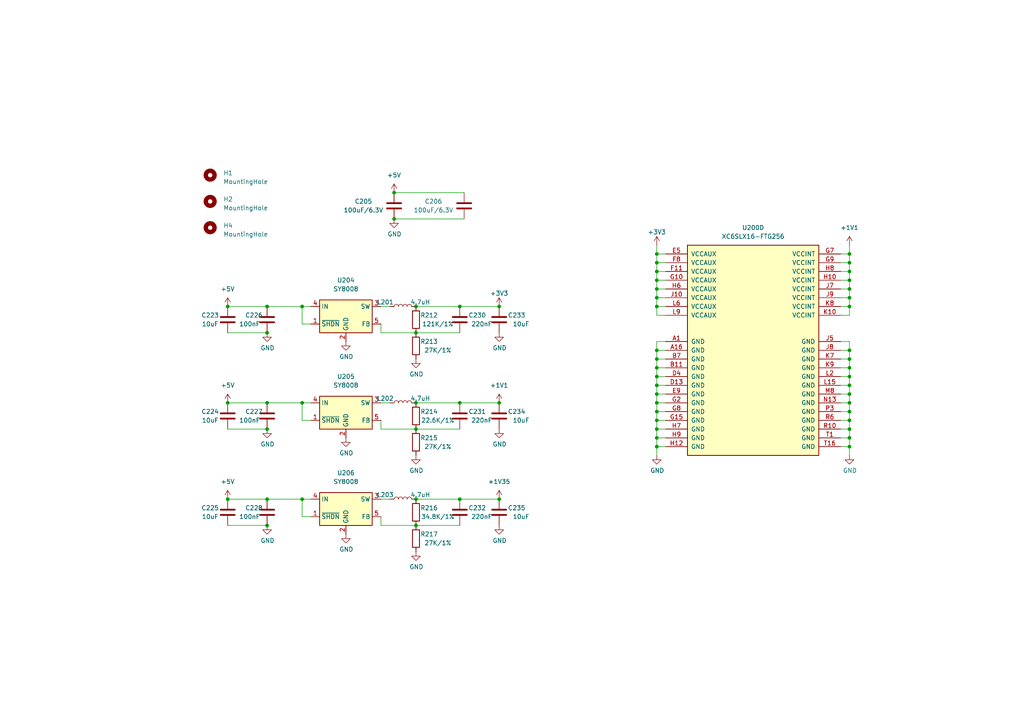
<source format=kicad_sch>
(kicad_sch (version 20211123) (generator eeschema)
  (paper "A4")
  (title_block (title "Caster EPDC") (date "2022-07-03") (rev "R0.4") (company "Copyright 2022 Modos / Engineer: Wenting Zhang"))
  (lib_symbols
    (symbol "Device:C" (pin_numbers hide) (pin_names (offset 0.254))
      (property "Reference" "C" (at 0.635 2.54 0))
      (property "Value" "C" (at 0.635 -2.54 0))
      (symbol "C_0_1"
        (polyline (pts (xy -2.032 -0.762) (xy 2.032 -0.762)) (stroke (width 0.508)))
        (polyline (pts (xy -2.032 0.762) (xy 2.032 0.762)) (stroke (width 0.508)))
      )
      (symbol "C_1_1"
        (pin passive line (at 0 3.81 270) (length 2.794) (name "~") (number "1"))
        (pin passive line (at 0 -3.81 90) (length 2.794) (name "~") (number "2"))
      )
    )
    (symbol "Device:L" (pin_numbers hide) (pin_names (offset 1.016) hide)
      (property "Reference" "L" (at -1.27 0 90))
      (property "Value" "L" (at 1.905 0 90))
      (symbol "L_0_1"
        (arc (start 0 -2.54) (mid 0.635 -1.905) (end 0 -1.27))
        (arc (start 0 -1.27) (mid 0.635 -0.635) (end 0 0))
        (arc (start 0 0) (mid 0.635 0.635) (end 0 1.27))
        (arc (start 0 1.27) (mid 0.635 1.905) (end 0 2.54))
      )
      (symbol "L_1_1"
        (pin passive line (at 0 3.81 270) (length 1.27) (name "1") (number "1"))
        (pin passive line (at 0 -3.81 90) (length 1.27) (name "2") (number "2"))
      )
    )
    (symbol "Device:R" (pin_numbers hide) (pin_names (offset 0))
      (property "Reference" "R" (at 2.032 0 90))
      (property "Value" "R" (at 0 0 90))
      (symbol "R_0_1"
        (rectangle (start -1.016 -2.54) (end 1.016 2.54) (stroke (width 0.254)))
      )
      (symbol "R_1_1"
        (pin passive line (at 0 3.81 270) (length 1.27) (name "~") (number "1"))
        (pin passive line (at 0 -3.81 90) (length 1.27) (name "~") (number "2"))
      )
    )
    (symbol "FPGA_Xilinx_Spartan6:XC6SLX16-FTG256" (pin_names (offset 1.016))
      (property "Reference" "U" (at 0 1.27 0))
      (property "Value" "XC6SLX16-FTG256" (at 0 -1.27 0))
      (symbol "XC6SLX16-FTG256_1_1"
        (rectangle (start -44.45 72.39) (end 44.45 -78.74) (stroke (width 0.254)) (fill (type background)))
        (pin bidirectional line (at -50.8 10.16 0) (length 6.35) (name "IO_L35N_GCLK16_0") (number "A10"))
        (pin bidirectional line (at -50.8 -10.16 0) (length 6.35) (name "IO_L39N_0") (number "A11"))
        (pin bidirectional line (at -50.8 -20.32 0) (length 6.35) (name "IO_L62N_VREF_0") (number "A12"))
        (pin bidirectional line (at -50.8 -25.4 0) (length 6.35) (name "IO_L63N_SCP6_0") (number "A13"))
        (pin bidirectional line (at -50.8 -35.56 0) (length 6.35) (name "IO_L65N_SCP2_0") (number "A14"))
        (pin bidirectional line (at -50.8 55.88 0) (length 6.35) (name "IO_L1N_VREF_0") (number "A4"))
        (pin bidirectional line (at -50.8 50.8 0) (length 6.35) (name "IO_L2N_0") (number "A5"))
        (pin bidirectional line (at -50.8 40.64 0) (length 6.35) (name "IO_L4N_0") (number "A6"))
        (pin bidirectional line (at -50.8 30.48 0) (length 6.35) (name "IO_L6N_0") (number "A7"))
        (pin bidirectional line (at -50.8 20.32 0) (length 6.35) (name "IO_L33N_0") (number "A8"))
        (pin bidirectional line (at -50.8 15.24 0) (length 6.35) (name "IO_L34N_GCLK18_0") (number "A9"))
        (pin bidirectional line (at -50.8 12.7 0) (length 6.35) (name "IO_L35P_GCLK17_0") (number "B10"))
        (pin bidirectional line (at -50.8 -17.78 0) (length 6.35) (name "IO_L62P_0") (number "B12"))
        (pin power_in line (at -35.56 78.74 270) (length 6.35) (name "VCCO_0") (number "B13"))
        (pin bidirectional line (at -50.8 -33.02 0) (length 6.35) (name "IO_L65P_SCP3_0") (number "B14"))
        (pin bidirectional line (at 50.8 53.34 180) (length 6.35) (name "IO_L29P_A23_M1A13_1") (number "B15"))
        (pin bidirectional line (at 50.8 50.8 180) (length 6.35) (name "IO_L29N_A22_M1A14_1") (number "B16"))
        (pin power_in line (at -40.64 78.74 270) (length 6.35) (name "VCCO_0") (number "B4"))
        (pin bidirectional line (at -50.8 53.34 0) (length 6.35) (name "IO_L2P_0") (number "B5"))
        (pin bidirectional line (at -50.8 43.18 0) (length 6.35) (name "IO_L4P_0") (number "B6"))
        (pin bidirectional line (at -50.8 22.86 0) (length 6.35) (name "IO_L33P_0") (number "B8"))
        (pin power_in line (at -38.1 78.74 270) (length 6.35) (name "VCCO_0") (number "B9"))
        (pin bidirectional line (at -50.8 0 0) (length 6.35) (name "IO_L37N_GCLK12_0") (number "C10"))
        (pin bidirectional line (at -50.8 -7.62 0) (length 6.35) (name "IO_L39P_0") (number "C11"))
        (pin bidirectional line (at -50.8 -22.86 0) (length 6.35) (name "IO_L63P_SCP7_0") (number "C13"))
        (pin bidirectional line (at 50.8 33.02 180) (length 6.35) (name "IO_L33P_A15_M1A10_1") (number "C15"))
        (pin bidirectional line (at 50.8 30.48 180) (length 6.35) (name "IO_L33N_A14_M1A4_1") (number "C16"))
        (pin bidirectional line (at -50.8 58.42 0) (length 6.35) (name "IO_L1P_HSWAPEN_0") (number "C4"))
        (pin bidirectional line (at -50.8 45.72 0) (length 6.35) (name "IO_L3N_0") (number "C5"))
        (pin bidirectional line (at -50.8 25.4 0) (length 6.35) (name "IO_L7N_0") (number "C6"))
        (pin bidirectional line (at -50.8 33.02 0) (length 6.35) (name "IO_L6P_0") (number "C7"))
        (pin bidirectional line (at -50.8 -5.08 0) (length 6.35) (name "IO_L38N_VREF_0") (number "C8"))
        (pin bidirectional line (at -50.8 17.78 0) (length 6.35) (name "IO_L34P_GCLK19_0") (number "C9"))
        (pin power_in line (at -30.48 78.74 270) (length 6.35) (name "VCCO_0") (number "D10"))
        (pin bidirectional line (at -50.8 -38.1 0) (length 6.35) (name "IO_L66P_SCP1_0") (number "D11"))
        (pin bidirectional line (at -50.8 -40.64 0) (length 6.35) (name "IO_L66N_SCP0_0") (number "D12"))
        (pin bidirectional line (at 50.8 43.18 180) (length 6.35) (name "IO_L31P_A19_M1CKE_1") (number "D14"))
        (pin power_in line (at 27.94 78.74 270) (length 6.35) (name "VCCO_1") (number "D15"))
        (pin bidirectional line (at 50.8 40.64 180) (length 6.35) (name "IO_L31N_A18_M1A12_1") (number "D16"))
        (pin bidirectional line (at -50.8 48.26 0) (length 6.35) (name "IO_L3P_0") (number "D5"))
        (pin bidirectional line (at -50.8 27.94 0) (length 6.35) (name "IO_L7P_0") (number "D6"))
        (pin power_in line (at -33.02 78.74 270) (length 6.35) (name "VCCO_0") (number "D7"))
        (pin bidirectional line (at -50.8 -2.54 0) (length 6.35) (name "IO_L38P_0") (number "D8"))
        (pin bidirectional line (at -50.8 -15.24 0) (length 6.35) (name "IO_L40N_0") (number "D9"))
        (pin bidirectional line (at -50.8 2.54 0) (length 6.35) (name "IO_L37P_GCLK13_0") (number "E10"))
        (pin bidirectional line (at -50.8 -30.48 0) (length 6.35) (name "IO_L64N_SCP4_0") (number "E11"))
        (pin bidirectional line (at 50.8 55.88 180) (length 6.35) (name "IO_L1N_A24_VREF_1") (number "E12"))
        (pin bidirectional line (at 50.8 58.42 180) (length 6.35) (name "IO_L1P_A25_1") (number "E13"))
        (pin bidirectional line (at 50.8 27.94 180) (length 6.35) (name "IO_L34P_A13_M1WE_1") (number "E15"))
        (pin bidirectional line (at 50.8 25.4 180) (length 6.35) (name "IO_L34N_A12_M1BA2_1") (number "E16"))
        (pin bidirectional line (at -50.8 35.56 0) (length 6.35) (name "IO_L5N_0") (number "E6"))
        (pin bidirectional line (at -50.8 7.62 0) (length 6.35) (name "IO_L36P_GCLK15_0") (number "E7"))
        (pin bidirectional line (at -50.8 5.08 0) (length 6.35) (name "IO_L36N_GCLK14_0") (number "E8"))
        (pin bidirectional line (at -50.8 -27.94 0) (length 6.35) (name "IO_L64P_SCP5_0") (number "F10"))
        (pin bidirectional line (at 50.8 48.26 180) (length 6.35) (name "IO_L30P_A21_M1RESET_1") (number "F12"))
        (pin bidirectional line (at 50.8 38.1 180) (length 6.35) (name "IO_L32P_A17_M1A8_1") (number "F13"))
        (pin bidirectional line (at 50.8 35.56 180) (length 6.35) (name "IO_L32N_A16_M1A9_1") (number "F14"))
        (pin bidirectional line (at 50.8 22.86 180) (length 6.35) (name "IO_L35P_A11_M1A7_1") (number "F15"))
        (pin bidirectional line (at 50.8 20.32 180) (length 6.35) (name "IO_L35N_A10_M1A2_1") (number "F16"))
        (pin bidirectional line (at -50.8 38.1 0) (length 6.35) (name "IO_L5P_0") (number "F7"))
        (pin bidirectional line (at -50.8 -12.7 0) (length 6.35) (name "IO_L40P_0") (number "F9"))
        (pin bidirectional line (at 50.8 45.72 180) (length 6.35) (name "IO_L30N_A20_M1A11_1") (number "G11"))
        (pin bidirectional line (at 50.8 7.62 180) (length 6.35) (name "IO_L38P_A5_M1CLK_1") (number "G12"))
        (pin power_in line (at 30.48 78.74 270) (length 6.35) (name "VCCO_1") (number "G13"))
        (pin bidirectional line (at 50.8 17.78 180) (length 6.35) (name "IO_L36P_A9_M1BA0_1") (number "G14"))
        (pin bidirectional line (at 50.8 15.24 180) (length 6.35) (name "IO_L36N_A8_M1BA1_1") (number "G16"))
        (pin bidirectional line (at 50.8 5.08 180) (length 6.35) (name "IO_L38N_A4_M1CLKN_1") (number "H11"))
        (pin bidirectional line (at 50.8 2.54 180) (length 6.35) (name "IO_L39P_M1A3_1") (number "H13"))
        (pin bidirectional line (at 50.8 0 180) (length 6.35) (name "IO_L39N_M1ODT_1") (number "H14"))
        (pin bidirectional line (at 50.8 12.7 180) (length 6.35) (name "IO_L37P_A7_M1A0_1") (number "H15"))
        (pin bidirectional line (at 50.8 10.16 180) (length 6.35) (name "IO_L37N_A6_M1A1_1") (number "H16"))
        (pin bidirectional line (at 50.8 -2.54 180) (length 6.35) (name "IO_L40P_GCLK11_M1A5_1") (number "J11"))
        (pin bidirectional line (at 50.8 -5.08 180) (length 6.35) (name "IO_L40N_GCLK10_M1A6_1") (number "J12"))
        (pin bidirectional line (at 50.8 -7.62 180) (length 6.35) (name "IO_L41P_GCLK9_IRDY1_M1RASN_1") (number "J13"))
        (pin bidirectional line (at 50.8 -17.78 180) (length 6.35) (name "IO_L43P_GCLK5_M1DQ4_1") (number "J14"))
        (pin power_in line (at 33.02 78.74 270) (length 6.35) (name "VCCO_1") (number "J15"))
        (pin bidirectional line (at 50.8 -20.32 180) (length 6.35) (name "IO_L43N_GCLK4_M1DQ5_1") (number "J16"))
        (pin bidirectional line (at 50.8 -15.24 180) (length 6.35) (name "IO_L42N_GCLK6_TRDY1_M1LDM_1") (number "K11"))
        (pin bidirectional line (at 50.8 -12.7 180) (length 6.35) (name "IO_L42P_GCLK7_M1UDM_1") (number "K12"))
        (pin power_in line (at 35.56 78.74 270) (length 6.35) (name "VCCO_1") (number "K13"))
        (pin bidirectional line (at 50.8 -10.16 180) (length 6.35) (name "IO_L41N_GCLK8_M1CASN_1") (number "K14"))
        (pin bidirectional line (at 50.8 -22.86 180) (length 6.35) (name "IO_L44P_A3_M1DQ6_1") (number "K15"))
        (pin bidirectional line (at 50.8 -25.4 180) (length 6.35) (name "IO_L44N_A2_M1DQ7_1") (number "K16"))
        (pin bidirectional line (at 50.8 -68.58 180) (length 6.35) (name "IO_L53P_1") (number "L12"))
        (pin bidirectional line (at 50.8 -71.12 180) (length 6.35) (name "IO_L53N_VREF_1") (number "L13"))
        (pin bidirectional line (at 50.8 -38.1 180) (length 6.35) (name "IO_L47P_FWE_B_M1DQ0_1") (number "L14"))
        (pin bidirectional line (at 50.8 -40.64 180) (length 6.35) (name "IO_L47N_LDC_M1DQ1_1") (number "L16"))
        (pin bidirectional line (at 50.8 -73.66 180) (length 6.35) (name "IO_L74P_AWAKE_1") (number "M13"))
        (pin bidirectional line (at 50.8 -76.2 180) (length 6.35) (name "IO_L74N_DOUT_BUSY_1") (number "M14"))
        (pin bidirectional line (at 50.8 -33.02 180) (length 6.35) (name "IO_L46P_FCS_B_M1DQ2_1") (number "M15"))
        (pin bidirectional line (at 50.8 -35.56 180) (length 6.35) (name "IO_L46N_FOE_B_M1DQ3_1") (number "M16"))
        (pin bidirectional line (at 50.8 -27.94 180) (length 6.35) (name "IO_L45P_A1_M1LDQS_1") (number "N14"))
        (pin power_in line (at 38.1 78.74 270) (length 6.35) (name "VCCO_1") (number "N15"))
        (pin bidirectional line (at 50.8 -30.48 180) (length 6.35) (name "IO_L45N_A0_M1LDQSN_1") (number "N16"))
        (pin bidirectional line (at 50.8 -43.18 180) (length 6.35) (name "IO_L48P_HDC_M1DQ8_1") (number "P15"))
        (pin bidirectional line (at 50.8 -45.72 180) (length 6.35) (name "IO_L48N_M1DQ9_1") (number "P16"))
        (pin bidirectional line (at 50.8 -63.5 180) (length 6.35) (name "IO_L52P_M1DQ14_1") (number "R12"))
        (pin power_in line (at 40.64 78.74 270) (length 6.35) (name "VCCO_1") (number "R13"))
        (pin bidirectional line (at 50.8 -53.34 180) (length 6.35) (name "IO_L50P_M1UDQS_1") (number "R14"))
        (pin bidirectional line (at 50.8 -48.26 180) (length 6.35) (name "IO_L49P_M1DQ10_1") (number "R15"))
        (pin bidirectional line (at 50.8 -50.8 180) (length 6.35) (name "IO_L49N_M1DQ11_1") (number "R16"))
        (pin bidirectional line (at 50.8 -66.04 180) (length 6.35) (name "IO_L52N_M1DQ15_1") (number "T12"))
        (pin bidirectional line (at 50.8 -60.96 180) (length 6.35) (name "IO_L51N_M1DQ13_1") (number "T13"))
        (pin bidirectional line (at 50.8 -58.42 180) (length 6.35) (name "IO_L51P_M1DQ12_1") (number "T14"))
        (pin bidirectional line (at 50.8 -55.88 180) (length 6.35) (name "IO_L50N_M1UDQSN_1") (number "T15"))
      )
      (symbol "XC6SLX16-FTG256_2_1"
        (rectangle (start -44.45 72.39) (end 44.45 -78.74) (stroke (width 0.254)) (fill (type background)))
        (pin bidirectional line (at 50.8 -55.88 180) (length 6.35) (name "IO_L52N_M3A9_3") (number "A2"))
        (pin bidirectional line (at 50.8 -76.2 180) (length 6.35) (name "IO_L83N_VREF_3") (number "A3"))
        (pin bidirectional line (at 50.8 -45.72 180) (length 6.35) (name "IO_L50N_M3BA2_3") (number "B1"))
        (pin bidirectional line (at 50.8 -53.34 180) (length 6.35) (name "IO_L52P_M3A8_3") (number "B2"))
        (pin bidirectional line (at 50.8 -73.66 180) (length 6.35) (name "IO_L83P_3") (number "B3"))
        (pin bidirectional line (at 50.8 -43.18 180) (length 6.35) (name "IO_L50P_M3WE_3") (number "C1"))
        (pin bidirectional line (at 50.8 -35.56 180) (length 6.35) (name "IO_L48N_M3BA1_3") (number "C2"))
        (pin bidirectional line (at 50.8 -33.02 180) (length 6.35) (name "IO_L48P_M3BA0_3") (number "C3"))
        (pin bidirectional line (at 50.8 -40.64 180) (length 6.35) (name "IO_L49N_M3A2_3") (number "D1"))
        (pin power_in line (at 30.48 78.74 270) (length 6.35) (name "VCCO_3") (number "D2"))
        (pin bidirectional line (at 50.8 -38.1 180) (length 6.35) (name "IO_L49P_M3A7_3") (number "D3"))
        (pin bidirectional line (at 50.8 -25.4 180) (length 6.35) (name "IO_L46N_M3CLKN_3") (number "E1"))
        (pin bidirectional line (at 50.8 -22.86 180) (length 6.35) (name "IO_L46P_M3CLK_3") (number "E2"))
        (pin bidirectional line (at 50.8 -66.04 180) (length 6.35) (name "IO_L54N_M3A11_3") (number "E3"))
        (pin bidirectional line (at 50.8 -63.5 180) (length 6.35) (name "IO_L54P_M3RESET_3") (number "E4"))
        (pin bidirectional line (at 50.8 0 180) (length 6.35) (name "IO_L41N_GCLK26_M3DQ5_3") (number "F1"))
        (pin bidirectional line (at 50.8 2.54 180) (length 6.35) (name "IO_L41P_GCLK27_M3DQ4_3") (number "F2"))
        (pin bidirectional line (at 50.8 -60.96 180) (length 6.35) (name "IO_L53N_M3A12_3") (number "F3"))
        (pin bidirectional line (at 50.8 -58.42 180) (length 6.35) (name "IO_L53P_M3CKE_3") (number "F4"))
        (pin bidirectional line (at 50.8 -71.12 180) (length 6.35) (name "IO_L55N_M3A14_3") (number "F5"))
        (pin bidirectional line (at 50.8 -68.58 180) (length 6.35) (name "IO_L55P_M3A13_3") (number "F6"))
        (pin bidirectional line (at 50.8 5.08 180) (length 6.35) (name "IO_L40N_M3DQ7_3") (number "G1"))
        (pin bidirectional line (at 50.8 7.62 180) (length 6.35) (name "IO_L40P_M3DQ6_3") (number "G3"))
        (pin power_in line (at 33.02 78.74 270) (length 6.35) (name "VCCO_3") (number "G4"))
        (pin bidirectional line (at 50.8 -50.8 180) (length 6.35) (name "IO_L51N_M3A4_3") (number "G5"))
        (pin bidirectional line (at 50.8 -48.26 180) (length 6.35) (name "IO_L51P_M3A10_3") (number "G6"))
        (pin bidirectional line (at 50.8 10.16 180) (length 6.35) (name "IO_L39N_M3LDQSN_3") (number "H1"))
        (pin bidirectional line (at 50.8 12.7 180) (length 6.35) (name "IO_L39P_M3LDQS_3") (number "H2"))
        (pin bidirectional line (at 50.8 -15.24 180) (length 6.35) (name "IO_L44N_GCLK20_M3A6_3") (number "H3"))
        (pin bidirectional line (at 50.8 -12.7 180) (length 6.35) (name "IO_L44P_GCLK21_M3A5_3") (number "H4"))
        (pin bidirectional line (at 50.8 -10.16 180) (length 6.35) (name "IO_L43N_GCLK22_IRDY2_M3CASN_3") (number "H5"))
        (pin bidirectional line (at 50.8 15.24 180) (length 6.35) (name "IO_L38N_M3DQ3_3") (number "J1"))
        (pin power_in line (at 35.56 78.74 270) (length 6.35) (name "VCCO_3") (number "J2"))
        (pin bidirectional line (at 50.8 17.78 180) (length 6.35) (name "IO_L38P_M3DQ2_3") (number "J3"))
        (pin bidirectional line (at 50.8 -5.08 180) (length 6.35) (name "IO_L42N_GCLK24_M3LDM_3") (number "J4"))
        (pin bidirectional line (at 50.8 -7.62 180) (length 6.35) (name "IO_L43P_GCLK23_M3RASN_3") (number "J6"))
        (pin bidirectional line (at 50.8 20.32 180) (length 6.35) (name "IO_L37N_M3DQ1_3") (number "K1"))
        (pin bidirectional line (at 50.8 22.86 180) (length 6.35) (name "IO_L37P_M3DQ0_3") (number "K2"))
        (pin bidirectional line (at 50.8 -2.54 180) (length 6.35) (name "IO_L42P_GCLK25_TRDY2_M3UDM_3") (number "K3"))
        (pin power_in line (at 38.1 78.74 270) (length 6.35) (name "VCCO_3") (number "K4"))
        (pin bidirectional line (at 50.8 -27.94 180) (length 6.35) (name "IO_L47P_M3A0_3") (number "K5"))
        (pin bidirectional line (at 50.8 -30.48 180) (length 6.35) (name "IO_L47N_M3A1_3") (number "K6"))
        (pin bidirectional line (at 50.8 25.4 180) (length 6.35) (name "IO_L36N_M3DQ9_3") (number "L1"))
        (pin bidirectional line (at -50.8 27.94 0) (length 6.35) (name "IO_L16P_2") (number "L10"))
        (pin bidirectional line (at 50.8 27.94 180) (length 6.35) (name "IO_L36P_M3DQ8_3") (number "L3"))
        (pin bidirectional line (at 50.8 -17.78 180) (length 6.35) (name "IO_L45P_M3A3_3") (number "L4"))
        (pin bidirectional line (at 50.8 -20.32 180) (length 6.35) (name "IO_L45N_M3ODT_3") (number "L5"))
        (pin bidirectional line (at -50.8 -20.32 0) (length 6.35) (name "IO_L62N_D6_2") (number "L7"))
        (pin bidirectional line (at -50.8 -17.78 0) (length 6.35) (name "IO_L62P_D5_2") (number "L8"))
        (pin bidirectional line (at 50.8 30.48 180) (length 6.35) (name "IO_L35N_M3DQ11_3") (number "M1"))
        (pin bidirectional line (at -50.8 25.4 0) (length 6.35) (name "IO_L16N_VREF_2") (number "M10"))
        (pin bidirectional line (at -50.8 50.8 0) (length 6.35) (name "IO_L2N_CMPMOSI_2") (number "M11"))
        (pin bidirectional line (at -50.8 53.34 0) (length 6.35) (name "IO_L2P_CMPCLK_2") (number "M12"))
        (pin bidirectional line (at 50.8 33.02 180) (length 6.35) (name "IO_L35P_M3DQ10_3") (number "M2"))
        (pin bidirectional line (at 50.8 55.88 180) (length 6.35) (name "IO_L1N_VREF_3") (number "M3"))
        (pin bidirectional line (at 50.8 58.42 180) (length 6.35) (name "IO_L1P_3") (number "M4"))
        (pin bidirectional line (at 50.8 53.34 180) (length 6.35) (name "IO_L2P_3") (number "M5"))
        (pin bidirectional line (at -50.8 -27.94 0) (length 6.35) (name "IO_L64P_D8_2") (number "M6"))
        (pin bidirectional line (at -50.8 5.08 0) (length 6.35) (name "IO_L31N_GCLK30_D15_2") (number "M7"))
        (pin bidirectional line (at -50.8 17.78 0) (length 6.35) (name "IO_L29P_GCLK3_2") (number "M9"))
        (pin bidirectional line (at 50.8 35.56 180) (length 6.35) (name "IO_L34N_M3UDQSN_3") (number "N1"))
        (pin power_in line (at -38.1 78.74 270) (length 6.35) (name "VCCO_2") (number "N10"))
        (pin bidirectional line (at -50.8 38.1 0) (length 6.35) (name "IO_L13P_M1_2") (number "N11"))
        (pin bidirectional line (at -50.8 43.18 0) (length 6.35) (name "IO_L12P_D1_MISO2_2") (number "N12"))
        (pin power_in line (at 40.64 78.74 270) (length 6.35) (name "VCCO_3") (number "N2"))
        (pin bidirectional line (at 50.8 38.1 180) (length 6.35) (name "IO_L34P_M3UDQS_3") (number "N3"))
        (pin bidirectional line (at 50.8 50.8 180) (length 6.35) (name "IO_L2N_3") (number "N4"))
        (pin bidirectional line (at -50.8 -12.7 0) (length 6.35) (name "IO_L49P_D3_2") (number "N5"))
        (pin bidirectional line (at -50.8 -30.48 0) (length 6.35) (name "IO_L64N_D9_2") (number "N6"))
        (pin power_in line (at -40.64 78.74 270) (length 6.35) (name "VCCO_2") (number "N7"))
        (pin bidirectional line (at -50.8 15.24 0) (length 6.35) (name "IO_L29N_GCLK2_2") (number "N8"))
        (pin bidirectional line (at -50.8 33.02 0) (length 6.35) (name "IO_L14P_D11_2") (number "N9"))
        (pin bidirectional line (at 50.8 40.64 180) (length 6.35) (name "IO_L33N_M3DQ13_3") (number "P1"))
        (pin bidirectional line (at -50.8 48.26 0) (length 6.35) (name "IO_L3P_D0_DIN_MISO_MISO1_2") (number "P10"))
        (pin bidirectional line (at -50.8 35.56 0) (length 6.35) (name "IO_L13N_D10_2") (number "P11"))
        (pin bidirectional line (at -50.8 40.64 0) (length 6.35) (name "IO_L12N_D2_MISO3_2") (number "P12"))
        (pin bidirectional line (at 50.8 43.18 180) (length 6.35) (name "IO_L33P_M3DQ12_3") (number "P2"))
        (pin bidirectional line (at -50.8 -22.86 0) (length 6.35) (name "IO_L63P_2") (number "P4"))
        (pin bidirectional line (at -50.8 -15.24 0) (length 6.35) (name "IO_L49N_D4_2") (number "P5"))
        (pin bidirectional line (at -50.8 -2.54 0) (length 6.35) (name "IO_L47P_2") (number "P6"))
        (pin bidirectional line (at -50.8 7.62 0) (length 6.35) (name "IO_L31P_GCLK31_D14_2") (number "P7"))
        (pin bidirectional line (at -50.8 12.7 0) (length 6.35) (name "IO_L30P_GCLK1_D13_2") (number "P8"))
        (pin bidirectional line (at -50.8 30.48 0) (length 6.35) (name "IO_L14N_D12_2") (number "P9"))
        (pin bidirectional line (at 50.8 45.72 180) (length 6.35) (name "IO_L32N_M3DQ15_3") (number "R1"))
        (pin bidirectional line (at -50.8 58.42 0) (length 6.35) (name "IO_L1P_CCLK_2") (number "R11"))
        (pin bidirectional line (at 50.8 48.26 180) (length 6.35) (name "IO_L32P_M3DQ14_3") (number "R2"))
        (pin bidirectional line (at -50.8 -33.02 0) (length 6.35) (name "IO_L65P_INIT_B_2") (number "R3"))
        (pin power_in line (at -35.56 78.74 270) (length 6.35) (name "VCCO_2") (number "R4"))
        (pin bidirectional line (at -50.8 -7.62 0) (length 6.35) (name "IO_L48P_D7_2") (number "R5"))
        (pin bidirectional line (at -50.8 2.54 0) (length 6.35) (name "IO_L32P_GCLK29_2") (number "R7"))
        (pin power_in line (at -33.02 78.74 270) (length 6.35) (name "VCCO_2") (number "R8"))
        (pin bidirectional line (at -50.8 22.86 0) (length 6.35) (name "IO_L23P_2") (number "R9"))
        (pin bidirectional line (at -50.8 45.72 0) (length 6.35) (name "IO_L3N_MOSI_CSI_B_MISO0_2") (number "T10"))
        (pin bidirectional line (at -50.8 55.88 0) (length 6.35) (name "IO_L1N_M0_CMPMISO_2") (number "T11"))
        (pin bidirectional line (at -50.8 -35.56 0) (length 6.35) (name "IO_L65N_CSO_B_2") (number "T3"))
        (pin bidirectional line (at -50.8 -25.4 0) (length 6.35) (name "IO_L63N_2") (number "T4"))
        (pin bidirectional line (at -50.8 -10.16 0) (length 6.35) (name "IO_L48N_RDWR_B_VREF_2") (number "T5"))
        (pin bidirectional line (at -50.8 -5.08 0) (length 6.35) (name "IO_L47N_2") (number "T6"))
        (pin bidirectional line (at -50.8 0 0) (length 6.35) (name "IO_L32N_GCLK28_2") (number "T7"))
        (pin bidirectional line (at -50.8 10.16 0) (length 6.35) (name "IO_L30N_GCLK0_USERCCLK_2") (number "T8"))
        (pin bidirectional line (at -50.8 20.32 0) (length 6.35) (name "IO_L23N_2") (number "T9"))
      )
      (symbol "XC6SLX16-FTG256_3_1"
        (rectangle (start -31.75 15.24) (end 31.75 -15.24) (stroke (width 0.254)) (fill (type background)))
        (pin bidirectional line (at 38.1 7.62 180) (length 6.35) (name "TMS") (number "A15"))
        (pin bidirectional line (at 38.1 12.7 180) (length 6.35) (name "TDI") (number "C12"))
        (pin bidirectional line (at 38.1 5.08 180) (length 6.35) (name "TCK") (number "C14"))
        (pin bidirectional line (at 38.1 10.16 180) (length 6.35) (name "TDO") (number "E14"))
        (pin bidirectional line (at 38.1 -12.7 180) (length 6.35) (name "CMPCS_B_2") (number "L11"))
        (pin bidirectional line (at 38.1 0 180) (length 6.35) (name "DONE_2") (number "P13"))
        (pin bidirectional line (at 38.1 -7.62 180) (length 6.35) (name "SUSPEND") (number "P14"))
        (pin bidirectional line (at 38.1 -2.54 180) (length 6.35) (name "PROGRAM_B_2") (number "T2"))
      )
      (symbol "XC6SLX16-FTG256_4_1"
        (rectangle (start -19.05 30.48) (end 19.05 -30.48) (stroke (width 0.254)) (fill (type background)))
        (pin power_in line (at -25.4 2.54 0) (length 6.35) (name "GND") (number "A1"))
        (pin power_in line (at -25.4 0 0) (length 6.35) (name "GND") (number "A16"))
        (pin power_in line (at -25.4 -5.08 0) (length 6.35) (name "GND") (number "B11"))
        (pin power_in line (at -25.4 -2.54 0) (length 6.35) (name "GND") (number "B7"))
        (pin power_in line (at -25.4 -10.16 0) (length 6.35) (name "GND") (number "D13"))
        (pin power_in line (at -25.4 -7.62 0) (length 6.35) (name "GND") (number "D4"))
        (pin power_in line (at -25.4 27.94 0) (length 6.35) (name "VCCAUX") (number "E5"))
        (pin power_in line (at -25.4 -12.7 0) (length 6.35) (name "GND") (number "E9"))
        (pin power_in line (at -25.4 22.86 0) (length 6.35) (name "VCCAUX") (number "F11"))
        (pin power_in line (at -25.4 25.4 0) (length 6.35) (name "VCCAUX") (number "F8"))
        (pin power_in line (at -25.4 20.32 0) (length 6.35) (name "VCCAUX") (number "G10"))
        (pin power_in line (at -25.4 -20.32 0) (length 6.35) (name "GND") (number "G15"))
        (pin power_in line (at -25.4 -15.24 0) (length 6.35) (name "GND") (number "G2"))
        (pin power_in line (at 25.4 27.94 180) (length 6.35) (name "VCCINT") (number "G7"))
        (pin power_in line (at -25.4 -17.78 0) (length 6.35) (name "GND") (number "G8"))
        (pin power_in line (at 25.4 25.4 180) (length 6.35) (name "VCCINT") (number "G9"))
        (pin power_in line (at 25.4 20.32 180) (length 6.35) (name "VCCINT") (number "H10"))
        (pin power_in line (at -25.4 -27.94 0) (length 6.35) (name "GND") (number "H12"))
        (pin power_in line (at -25.4 17.78 0) (length 6.35) (name "VCCAUX") (number "H6"))
        (pin power_in line (at -25.4 -22.86 0) (length 6.35) (name "GND") (number "H7"))
        (pin power_in line (at 25.4 22.86 180) (length 6.35) (name "VCCINT") (number "H8"))
        (pin power_in line (at -25.4 -25.4 0) (length 6.35) (name "GND") (number "H9"))
        (pin power_in line (at -25.4 15.24 0) (length 6.35) (name "VCCAUX") (number "J10"))
        (pin power_in line (at 25.4 2.54 180) (length 6.35) (name "GND") (number "J5"))
        (pin power_in line (at 25.4 17.78 180) (length 6.35) (name "VCCINT") (number "J7"))
        (pin power_in line (at 25.4 0 180) (length 6.35) (name "GND") (number "J8"))
        (pin power_in line (at 25.4 15.24 180) (length 6.35) (name "VCCINT") (number "J9"))
        (pin power_in line (at 25.4 10.16 180) (length 6.35) (name "VCCINT") (number "K10"))
        (pin power_in line (at 25.4 -2.54 180) (length 6.35) (name "GND") (number "K7"))
        (pin power_in line (at 25.4 12.7 180) (length 6.35) (name "VCCINT") (number "K8"))
        (pin power_in line (at 25.4 -5.08 180) (length 6.35) (name "GND") (number "K9"))
        (pin power_in line (at 25.4 -10.16 180) (length 6.35) (name "GND") (number "L15"))
        (pin power_in line (at 25.4 -7.62 180) (length 6.35) (name "GND") (number "L2"))
        (pin power_in line (at -25.4 12.7 0) (length 6.35) (name "VCCAUX") (number "L6"))
        (pin power_in line (at -25.4 10.16 0) (length 6.35) (name "VCCAUX") (number "L9"))
        (pin power_in line (at 25.4 -12.7 180) (length 6.35) (name "GND") (number "M8"))
        (pin power_in line (at 25.4 -15.24 180) (length 6.35) (name "GND") (number "N13"))
        (pin power_in line (at 25.4 -17.78 180) (length 6.35) (name "GND") (number "P3"))
        (pin power_in line (at 25.4 -22.86 180) (length 6.35) (name "GND") (number "R10"))
        (pin power_in line (at 25.4 -20.32 180) (length 6.35) (name "GND") (number "R6"))
        (pin power_in line (at 25.4 -25.4 180) (length 6.35) (name "GND") (number "T1"))
        (pin power_in line (at 25.4 -27.94 180) (length 6.35) (name "GND") (number "T16"))
      )
    )
    (symbol "Mechanical:MountingHole" (pin_names (offset 1.016))
      (property "Reference" "H" (at 0 5.08 0))
      (property "Value" "MountingHole" (at 0 3.175 0))
      (symbol "MountingHole_0_1"
        (circle (center 0 0) (radius 1.27) (stroke (width 1.27)))
      )
    )
    (symbol "power:+1V1" (power) (pin_names (offset 0))
      (property "Value" "+1V1" (at 0 3.556 0))
      (symbol "+1V1_0_1"
        (polyline (pts (xy -0.762 1.27) (xy 0 2.54)))
        (polyline (pts (xy 0 0) (xy 0 2.54)))
        (polyline (pts (xy 0 2.54) (xy 0.762 1.27)))
      )
      (symbol "+1V1_1_1"
        (pin power_in line (at 0 0 90) (length 0) hide (name "+1V1") (number "1"))
      )
    )
    (symbol "power:+1V35" (power) (pin_names (offset 0))
      (property "Value" "+1V35" (at 0 3.556 0))
      (symbol "+1V35_0_1"
        (polyline (pts (xy -0.762 1.27) (xy 0 2.54)))
        (polyline (pts (xy 0 0) (xy 0 2.54)))
        (polyline (pts (xy 0 2.54) (xy 0.762 1.27)))
      )
      (symbol "+1V35_1_1"
        (pin power_in line (at 0 0 90) (length 0) hide (name "+1V35") (number "1"))
      )
    )
    (symbol "power:+3V3" (power) (pin_names (offset 0))
      (property "Value" "+3V3" (at 0 3.556 0))
      (symbol "+3V3_0_1"
        (polyline (pts (xy -0.762 1.27) (xy 0 2.54)))
        (polyline (pts (xy 0 0) (xy 0 2.54)))
        (polyline (pts (xy 0 2.54) (xy 0.762 1.27)))
      )
      (symbol "+3V3_1_1"
        (pin power_in line (at 0 0 90) (length 0) hide (name "+3V3") (number "1"))
      )
    )
    (symbol "power:+5V" (power) (pin_names (offset 0))
      (property "Value" "+5V" (at 0 3.556 0))
      (symbol "+5V_0_1"
        (polyline (pts (xy -0.762 1.27) (xy 0 2.54)))
        (polyline (pts (xy 0 0) (xy 0 2.54)))
        (polyline (pts (xy 0 2.54) (xy 0.762 1.27)))
      )
      (symbol "+5V_1_1"
        (pin power_in line (at 0 0 90) (length 0) hide (name "+5V") (number "1"))
      )
    )
    (symbol "power:GND" (power) (pin_names (offset 0))
      (property "Value" "GND" (at 0 -3.81 0))
      (symbol "GND_0_1"
        (polyline (pts (xy 0 0) (xy 0 -1.27) (xy 1.27 -1.27) (xy 0 -2.54) (xy -1.27 -1.27) (xy 0 -1.27)))
      )
      (symbol "GND_1_1"
        (pin power_in line (at 0 0 270) (length 0) hide (name "GND") (number "1"))
      )
    )
    (symbol "symbols:SY8008"
      (property "Reference" "U" (at -7.62 5.715 0))
      (property "Value" "SY8008" (at 0 5.715 0))
      (symbol "SY8008_0_1"
        (rectangle (start -7.62 4.445) (end 7.62 -5.08) (stroke (width 0.254)) (fill (type background)))
      )
      (symbol "SY8008_1_1"
        (pin input line (at -10.16 -2.54 0) (length 2.54) (name "~{SHDN}") (number "1"))
        (pin power_in line (at 0 -7.62 90) (length 2.54) (name "GND") (number "2"))
        (pin passive line (at 10.16 2.54 180) (length 2.54) (name "SW") (number "3"))
        (pin power_in line (at -10.16 2.54 0) (length 2.54) (name "IN") (number "4"))
        (pin input line (at 10.16 -2.54 180) (length 2.54) (name "FB") (number "5"))
      )
    )
  )
  (junction (at 133.35 116.84))
  (junction (at 66.04 116.84))
  (junction (at 114.3 55.88))
  (junction (at 246.38 88.9))
  (junction (at 77.47 96.52) (diameter 0.9144))
  (junction (at 246.38 86.36))
  (junction (at 120.65 96.52))
  (junction (at 246.38 111.76))
  (junction (at 190.5 101.6))
  (junction (at 120.65 116.84))
  (junction (at 190.5 81.28))
  (junction (at 77.47 116.84) (diameter 0.9144))
  (junction (at 190.5 124.46))
  (junction (at 246.38 129.54))
  (junction (at 190.5 111.76))
  (junction (at 87.63 88.9))
  (junction (at 87.63 116.84))
  (junction (at 246.38 114.3))
  (junction (at 190.5 88.9))
  (junction (at 190.5 121.92))
  (junction (at 190.5 114.3))
  (junction (at 66.04 88.9))
  (junction (at 144.78 144.78))
  (junction (at 246.38 106.68))
  (junction (at 246.38 78.74))
  (junction (at 246.38 127))
  (junction (at 77.47 144.78) (diameter 0.9144))
  (junction (at 190.5 73.66))
  (junction (at 190.5 83.82))
  (junction (at 246.38 109.22))
  (junction (at 120.65 144.78))
  (junction (at 246.38 104.14))
  (junction (at 77.47 88.9) (diameter 0.9144))
  (junction (at 246.38 119.38))
  (junction (at 246.38 101.6))
  (junction (at 190.5 116.84))
  (junction (at 190.5 78.74))
  (junction (at 246.38 83.82))
  (junction (at 144.78 116.84))
  (junction (at 77.47 152.4) (diameter 0.9144))
  (junction (at 66.04 144.78))
  (junction (at 190.5 76.2))
  (junction (at 190.5 129.54))
  (junction (at 246.38 121.92))
  (junction (at 190.5 119.38))
  (junction (at 87.63 144.78))
  (junction (at 246.38 124.46))
  (junction (at 133.35 144.78))
  (junction (at 190.5 127))
  (junction (at 77.47 124.46) (diameter 0.9144))
  (junction (at 120.65 124.46))
  (junction (at 114.3 63.5))
  (junction (at 190.5 86.36))
  (junction (at 144.78 88.9))
  (junction (at 120.65 88.9))
  (junction (at 190.5 106.68))
  (junction (at 246.38 116.84))
  (junction (at 120.65 152.4))
  (junction (at 246.38 81.28))
  (junction (at 190.5 109.22))
  (junction (at 246.38 76.2))
  (junction (at 133.35 88.9))
  (junction (at 246.38 73.66))
  (junction (at 190.5 104.14))
  (wire (pts (xy 110.49 96.52) (xy 110.49 93.98)))
  (wire (pts (xy 190.5 121.92) (xy 193.04 121.92)))
  (wire (pts (xy 120.65 96.52) (xy 133.35 96.52)))
  (wire (pts (xy 120.65 96.52) (xy 110.49 96.52)))
  (wire (pts (xy 190.5 73.66) (xy 193.04 73.66)))
  (wire (pts (xy 243.84 99.06) (xy 246.38 99.06)))
  (wire (pts (xy 246.38 121.92) (xy 246.38 124.46)))
  (wire (pts (xy 87.63 149.86) (xy 87.63 144.78)))
  (wire (pts (xy 90.17 149.86) (xy 87.63 149.86)))
  (wire (pts (xy 190.5 101.6) (xy 193.04 101.6)))
  (wire (pts (xy 246.38 101.6) (xy 243.84 101.6)))
  (wire (pts (xy 66.04 124.46) (xy 77.47 124.46)))
  (wire (pts (xy 246.38 78.74) (xy 246.38 81.28)))
  (wire (pts (xy 246.38 78.74) (xy 243.84 78.74)))
  (wire (pts (xy 120.65 144.78) (xy 133.35 144.78)))
  (wire (pts (xy 120.65 124.46) (xy 110.49 124.46)))
  (wire (pts (xy 246.38 119.38) (xy 243.84 119.38)))
  (wire (pts (xy 87.63 116.84) (xy 90.17 116.84)))
  (wire (pts (xy 77.47 116.84) (xy 87.63 116.84)))
  (wire (pts (xy 246.38 127) (xy 246.38 129.54)))
  (wire (pts (xy 110.49 124.46) (xy 110.49 121.92)))
  (wire (pts (xy 113.03 144.78) (xy 110.49 144.78)))
  (wire (pts (xy 190.5 78.74) (xy 193.04 78.74)))
  (wire (pts (xy 190.5 127) (xy 193.04 127)))
  (wire (pts (xy 77.47 144.78) (xy 87.63 144.78)))
  (wire (pts (xy 87.63 144.78) (xy 90.17 144.78)))
  (wire (pts (xy 190.5 104.14) (xy 193.04 104.14)))
  (wire (pts (xy 246.38 73.66) (xy 243.84 73.66)))
  (wire (pts (xy 246.38 129.54) (xy 246.38 132.08)))
  (wire (pts (xy 246.38 127) (xy 243.84 127)))
  (wire (pts (xy 133.35 144.78) (xy 144.78 144.78)))
  (wire (pts (xy 120.65 88.9) (xy 133.35 88.9)))
  (wire (pts (xy 190.5 83.82) (xy 193.04 83.82)))
  (wire (pts (xy 246.38 106.68) (xy 246.38 109.22)))
  (wire (pts (xy 246.38 76.2) (xy 243.84 76.2)))
  (wire (pts (xy 110.49 152.4) (xy 110.49 149.86)))
  (wire (pts (xy 113.03 88.9) (xy 110.49 88.9)))
  (wire (pts (xy 246.38 71.12) (xy 246.38 73.66)))
  (wire (pts (xy 246.38 91.44) (xy 243.84 91.44)))
  (wire (pts (xy 190.5 129.54) (xy 193.04 129.54)))
  (wire (pts (xy 120.65 152.4) (xy 110.49 152.4)))
  (wire (pts (xy 246.38 124.46) (xy 243.84 124.46)))
  (wire (pts (xy 246.38 88.9) (xy 246.38 91.44)))
  (wire (pts (xy 190.5 106.68) (xy 193.04 106.68)))
  (wire (pts (xy 190.5 116.84) (xy 193.04 116.84)))
  (wire (pts (xy 246.38 76.2) (xy 246.38 78.74)))
  (wire (pts (xy 246.38 101.6) (xy 246.38 104.14)))
  (wire (pts (xy 246.38 104.14) (xy 246.38 106.68)))
  (wire (pts (xy 66.04 144.78) (xy 77.47 144.78)))
  (wire (pts (xy 246.38 129.54) (xy 243.84 129.54)))
  (wire (pts (xy 90.17 93.98) (xy 87.63 93.98)))
  (wire (pts (xy 87.63 88.9) (xy 87.63 93.98)))
  (wire (pts (xy 133.35 88.9) (xy 144.78 88.9)))
  (wire (pts (xy 190.5 119.38) (xy 193.04 119.38)))
  (wire (pts (xy 120.65 124.46) (xy 133.35 124.46)))
  (wire (pts (xy 246.38 104.14) (xy 243.84 104.14)))
  (wire (pts (xy 120.65 116.84) (xy 133.35 116.84)))
  (wire (pts (xy 246.38 119.38) (xy 246.38 121.92)))
  (wire (pts (xy 190.5 76.2) (xy 193.04 76.2)))
  (wire (pts (xy 246.38 111.76) (xy 246.38 114.3)))
  (wire (pts (xy 114.3 55.88) (xy 134.62 55.88)))
  (wire (pts (xy 246.38 111.76) (xy 243.84 111.76)))
  (wire (pts (xy 246.38 83.82) (xy 243.84 83.82)))
  (wire (pts (xy 87.63 88.9) (xy 90.17 88.9)))
  (wire (pts (xy 77.47 88.9) (xy 87.63 88.9)))
  (wire (pts (xy 246.38 81.28) (xy 243.84 81.28)))
  (wire (pts (xy 246.38 116.84) (xy 246.38 119.38)))
  (wire (pts (xy 114.3 63.5) (xy 134.62 63.5)))
  (wire (pts (xy 246.38 73.66) (xy 246.38 76.2)))
  (wire (pts (xy 190.5 81.28) (xy 193.04 81.28)))
  (wire (pts (xy 246.38 109.22) (xy 243.84 109.22)))
  (wire (pts (xy 190.5 86.36) (xy 193.04 86.36)))
  (wire (pts (xy 246.38 114.3) (xy 246.38 116.84)))
  (wire (pts (xy 246.38 99.06) (xy 246.38 101.6)))
  (wire (pts (xy 246.38 86.36) (xy 246.38 88.9)))
  (wire (pts (xy 246.38 88.9) (xy 243.84 88.9)))
  (wire (pts (xy 246.38 114.3) (xy 243.84 114.3)))
  (wire (pts (xy 190.5 88.9) (xy 193.04 88.9)))
  (wire (pts (xy 190.5 71.12) (xy 190.5 73.66)))
  (wire (pts (xy 190.5 73.66) (xy 190.5 76.2)))
  (wire (pts (xy 190.5 76.2) (xy 190.5 78.74)))
  (wire (pts (xy 190.5 78.74) (xy 190.5 81.28)))
  (wire (pts (xy 190.5 81.28) (xy 190.5 83.82)))
  (wire (pts (xy 190.5 83.82) (xy 190.5 86.36)))
  (wire (pts (xy 190.5 86.36) (xy 190.5 88.9)))
  (wire (pts (xy 190.5 88.9) (xy 190.5 91.44)))
  (wire (pts (xy 190.5 91.44) (xy 193.04 91.44)))
  (wire (pts (xy 66.04 152.4) (xy 77.47 152.4)))
  (wire (pts (xy 66.04 88.9) (xy 77.47 88.9)))
  (wire (pts (xy 246.38 121.92) (xy 243.84 121.92)))
  (wire (pts (xy 120.65 152.4) (xy 133.35 152.4)))
  (wire (pts (xy 190.5 124.46) (xy 193.04 124.46)))
  (wire (pts (xy 246.38 106.68) (xy 243.84 106.68)))
  (wire (pts (xy 190.5 111.76) (xy 193.04 111.76)))
  (wire (pts (xy 66.04 96.52) (xy 77.47 96.52)))
  (wire (pts (xy 133.35 116.84) (xy 144.78 116.84)))
  (wire (pts (xy 190.5 109.22) (xy 193.04 109.22)))
  (wire (pts (xy 246.38 83.82) (xy 246.38 86.36)))
  (wire (pts (xy 246.38 116.84) (xy 243.84 116.84)))
  (wire (pts (xy 113.03 116.84) (xy 110.49 116.84)))
  (wire (pts (xy 246.38 81.28) (xy 246.38 83.82)))
  (wire (pts (xy 190.5 114.3) (xy 193.04 114.3)))
  (wire (pts (xy 190.5 99.06) (xy 190.5 101.6)))
  (wire (pts (xy 193.04 99.06) (xy 190.5 99.06)))
  (wire (pts (xy 190.5 101.6) (xy 190.5 104.14)))
  (wire (pts (xy 190.5 104.14) (xy 190.5 106.68)))
  (wire (pts (xy 190.5 119.38) (xy 190.5 121.92)))
  (wire (pts (xy 190.5 121.92) (xy 190.5 124.46)))
  (wire (pts (xy 190.5 111.76) (xy 190.5 114.3)))
  (wire (pts (xy 190.5 114.3) (xy 190.5 116.84)))
  (wire (pts (xy 190.5 116.84) (xy 190.5 119.38)))
  (wire (pts (xy 190.5 106.68) (xy 190.5 109.22)))
  (wire (pts (xy 190.5 109.22) (xy 190.5 111.76)))
  (wire (pts (xy 190.5 124.46) (xy 190.5 127)))
  (wire (pts (xy 190.5 127) (xy 190.5 129.54)))
  (wire (pts (xy 190.5 129.54) (xy 190.5 132.08)))
  (wire (pts (xy 246.38 109.22) (xy 246.38 111.76)))
  (wire (pts (xy 246.38 124.46) (xy 246.38 127)))
  (wire (pts (xy 246.38 86.36) (xy 243.84 86.36)))
  (wire (pts (xy 66.04 116.84) (xy 77.47 116.84)))
  (wire (pts (xy 87.63 121.92) (xy 87.63 116.84)))
  (wire (pts (xy 90.17 121.92) (xy 87.63 121.92)))
  (symbol (lib_id "Device:C") (at 144.78 148.59 180) (unit 1)
    (property "Reference" "C235" (at 149.86 147.32 0))
    (property "Value" "10uF" (at 151.13 149.86 0))
    (property "Footprint" "Capacitor_SMD:C_0603_1608Metric" (effects hide))
    (property "LCSC" "C105490" (effects hide))
    (property "Ref.Price" "0.0165" (effects hide))
  )
  (symbol (lib_id "power:GND") (at 190.5 132.08 0) (unit 1)
    (property "Reference" "#PWR0102" (effects hide))
    (property "Value" "GND" (at 190.627 136.4742 0))
  )
  (symbol (lib_id "Device:L") (at 116.84 116.84 90) (unit 1)
    (property "Reference" "L202" (at 111.76 115.57 90))
    (property "Value" "4.7uH" (at 121.92 115.57 90))
    (property "Footprint" "footprints:L_1212" (effects hide))
    (property "LCSC" "C340379 " (effects hide))
    (property "Ref.Price" "0.0643" (effects hide))
  )
  (symbol (lib_id "Device:C") (at 66.04 120.65 180) (unit 1)
    (property "Reference" "C224" (at 60.96 119.38 0))
    (property "Value" "10uF" (at 60.96 121.92 0))
    (property "Footprint" "Capacitor_SMD:C_0603_1608Metric" (effects hide))
    (property "LCSC" "C105490" (effects hide))
    (property "Ref.Price" "0.0165" (effects hide))
  )
  (symbol (lib_id "Device:C") (at 133.35 92.71 180) (unit 1)
    (property "Reference" "C230" (at 138.43 91.44 0))
    (property "Value" "220nF" (at 139.7 93.98 0))
    (property "Footprint" "Capacitor_SMD:C_0402_1005Metric" (effects hide))
    (property "LCSC" "C880414" (effects hide))
    (property "Ref.Price" "0.0036" (effects hide))
  )
  (symbol (lib_id "Device:C") (at 77.47 148.59 180) (unit 1)
    (property "Reference" "C228" (at 73.66 147.32 0))
    (property "Value" "100nF" (at 72.39 149.86 0))
    (property "Footprint" "Capacitor_SMD:C_0402_1005Metric" (effects hide))
    (property "LCSC" "C56392" (effects hide))
    (property "Ref.Price" "0.0023" (effects hide))
  )
  (symbol (lib_id "Device:C") (at 133.35 120.65 180) (unit 1)
    (property "Reference" "C231" (at 138.43 119.38 0))
    (property "Value" "220nF" (at 139.7 121.92 0))
    (property "Footprint" "Capacitor_SMD:C_0402_1005Metric" (effects hide))
    (property "LCSC" "C880414" (effects hide))
    (property "Ref.Price" "0.0036" (effects hide))
  )
  (symbol (lib_id "power:+5V") (at 66.04 116.84 0) (unit 1)
    (property "Reference" "#PWR0110" (effects hide))
    (property "Value" "+5V" (at 66.04 111.76 0))
  )
  (symbol (lib_id "symbols:SY8008") (at 100.33 91.44 0) (unit 1)
    (property "Reference" "U204" (at 100.33 81.28 0))
    (property "Value" "SY8008" (at 100.33 83.82 0))
    (property "Footprint" "Package_TO_SOT_SMD:TSOT-23-5" (effects hide))
    (property "LCSC" "C82161" (effects hide))
    (property "Ref.Price" "0.1632" (effects hide))
  )
  (symbol (lib_id "Device:R") (at 120.65 148.59 180) (unit 1)
    (property "Reference" "R216" (at 124.46 147.32 0))
    (property "Value" "34.8K/1%" (at 127 149.86 0))
    (property "Footprint" "Resistor_SMD:R_0402_1005Metric" (effects hide))
    (property "LCSC" "C327350" (effects hide))
    (property "Ref.Price" "0.001" (effects hide))
  )
  (symbol (lib_id "power:GND") (at 144.78 152.4 0) (unit 1)
    (property "Reference" "#PWR0121" (effects hide))
    (property "Value" "GND" (at 144.907 156.7942 0))
  )
  (symbol (lib_id "Device:L") (at 116.84 88.9 90) (unit 1)
    (property "Reference" "L201" (at 111.76 87.63 90))
    (property "Value" "4.7uH" (at 121.92 87.63 90))
    (property "Footprint" "footprints:L_1212" (effects hide))
    (property "LCSC" "C340379 " (effects hide))
    (property "Ref.Price" "0.0643" (effects hide))
  )
  (symbol (lib_id "Device:C") (at 77.47 92.71 180) (unit 1)
    (property "Reference" "C226" (at 73.66 91.44 0))
    (property "Value" "100nF" (at 72.39 93.98 0))
    (property "Footprint" "Capacitor_SMD:C_0402_1005Metric" (effects hide))
    (property "LCSC" "C56392" (effects hide))
    (property "Ref.Price" "0.0023" (effects hide))
  )
  (symbol (lib_id "Device:C") (at 144.78 120.65 180) (unit 1)
    (property "Reference" "C234" (at 149.86 119.38 0))
    (property "Value" "10uF" (at 151.13 121.92 0))
    (property "Footprint" "Capacitor_SMD:C_0603_1608Metric" (effects hide))
    (property "LCSC" "C105490" (effects hide))
    (property "Ref.Price" "0.0165" (effects hide))
  )
  (symbol (lib_id "power:+5V") (at 66.04 144.78 0) (unit 1)
    (property "Reference" "#PWR0112" (effects hide))
    (property "Value" "+5V" (at 66.04 139.7 0))
  )
  (symbol (lib_id "Device:R") (at 120.65 100.33 180) (unit 1)
    (property "Reference" "R213" (at 124.46 99.06 0))
    (property "Value" "27K/1%" (at 127 101.6 0))
    (property "Footprint" "Resistor_SMD:R_0402_1005Metric" (effects hide))
    (property "LCSC" "C138022" (effects hide))
    (property "Ref.Price" "0.0029" (effects hide))
  )
  (symbol (lib_id "power:GND") (at 120.65 160.02 0) (unit 1)
    (property "Reference" "#PWR0118" (effects hide))
    (property "Value" "GND" (at 120.777 164.4142 0))
  )
  (symbol (lib_id "Device:R") (at 120.65 92.71 180) (unit 1)
    (property "Reference" "R212" (at 124.46 91.44 0))
    (property "Value" "121K/1%" (at 127 93.98 0))
    (property "Footprint" "Resistor_SMD:R_0402_1005Metric" (effects hide))
    (property "LCSC" "C112303" (effects hide))
    (property "Ref.Price" "0.001" (effects hide))
  )
  (symbol (lib_id "power:+3V3") (at 144.78 88.9 0) (unit 1)
    (property "Reference" "#PWR0108" (effects hide))
    (property "Value" "+3V3" (at 144.78 85.09 0))
  )
  (symbol (lib_id "power:GND") (at 100.33 127 0) (unit 1)
    (property "Reference" "#PWR0114" (effects hide))
    (property "Value" "GND" (at 100.457 131.3942 0))
  )
  (symbol (lib_id "Mechanical:MountingHole") (at 60.96 58.42 0) (unit 1)
    (property "Reference" "H2" (at 64.77 57.7849 0) (effects (justify left)))
    (property "Value" "MountingHole" (at 64.77 60.3249 0) (effects (justify left)))
    (property "Footprint" "MountingHole:MountingHole_2.2mm_M2_DIN965" (effects hide))
  )
  (symbol (lib_id "Mechanical:MountingHole") (at 60.96 66.04 0) (unit 1)
    (property "Reference" "H4" (at 64.77 65.4049 0) (effects (justify left)))
    (property "Value" "MountingHole" (at 64.77 67.9449 0) (effects (justify left)))
    (property "Footprint" "MountingHole:MountingHole_2.2mm_M2_DIN965" (effects hide))
  )
  (symbol (lib_id "power:GND") (at 144.78 96.52 0) (unit 1)
    (property "Reference" "#PWR0106" (effects hide))
    (property "Value" "GND" (at 144.907 100.9142 0))
  )
  (symbol (lib_id "power:GND") (at 77.47 124.46 0) (unit 1)
    (property "Reference" "#PWR0111" (effects hide))
    (property "Value" "GND" (at 77.597 128.8542 0))
  )
  (symbol (lib_id "power:GND") (at 246.38 132.08 0) (unit 1)
    (property "Reference" "#PWR0101" (effects hide))
    (property "Value" "GND" (at 246.507 136.4742 0))
  )
  (symbol (lib_id "power:+5V") (at 66.04 88.9 0) (unit 1)
    (property "Reference" "#PWR0120" (effects hide))
    (property "Value" "+5V" (at 66.04 83.82 0))
  )
  (symbol (lib_id "power:+5V") (at 114.3 55.88 0) (unit 1)
    (property "Reference" "#PWR0129" (effects hide))
    (property "Value" "+5V" (at 114.3 50.8 0))
  )
  (symbol (lib_id "Device:C") (at 133.35 148.59 180) (unit 1)
    (property "Reference" "C232" (at 138.43 147.32 0))
    (property "Value" "220nF" (at 139.7 149.86 0))
    (property "Footprint" "Capacitor_SMD:C_0402_1005Metric" (effects hide))
    (property "LCSC" "C880414" (effects hide))
    (property "Ref.Price" "0.0036" (effects hide))
  )
  (symbol (lib_id "Device:C") (at 66.04 148.59 180) (unit 1)
    (property "Reference" "C225" (at 60.96 147.32 0))
    (property "Value" "10uF" (at 60.96 149.86 0))
    (property "Footprint" "Capacitor_SMD:C_0603_1608Metric" (effects hide))
    (property "LCSC" "C105490" (effects hide))
    (property "Ref.Price" "0.0165" (effects hide))
  )
  (symbol (lib_id "Device:C") (at 144.78 92.71 180) (unit 1)
    (property "Reference" "C233" (at 149.86 91.44 0))
    (property "Value" "10uF" (at 151.13 93.98 0))
    (property "Footprint" "Capacitor_SMD:C_0603_1608Metric" (effects hide))
    (property "LCSC" "C105490" (effects hide))
    (property "Ref.Price" "0.0165" (effects hide))
  )
  (symbol (lib_id "symbols:SY8008") (at 100.33 147.32 0) (unit 1)
    (property "Reference" "U206" (at 100.33 137.16 0))
    (property "Value" "SY8008" (at 100.33 139.7 0))
    (property "Footprint" "Package_TO_SOT_SMD:TSOT-23-5" (effects hide))
    (property "LCSC" "C82161" (effects hide))
    (property "Ref.Price" "0.1632" (effects hide))
  )
  (symbol (lib_id "power:GND") (at 120.65 132.08 0) (unit 1)
    (property "Reference" "#PWR0115" (effects hide))
    (property "Value" "GND" (at 120.777 136.4742 0))
  )
  (symbol (lib_id "power:GND") (at 114.3 63.5 0) (unit 1)
    (property "Reference" "#PWR0130" (effects hide))
    (property "Value" "GND" (at 114.427 67.8942 0))
  )
  (symbol (lib_id "symbols:SY8008") (at 100.33 119.38 0) (unit 1)
    (property "Reference" "U205" (at 100.33 109.22 0))
    (property "Value" "SY8008" (at 100.33 111.76 0))
    (property "Footprint" "Package_TO_SOT_SMD:TSOT-23-5" (effects hide))
    (property "LCSC" "C82161" (effects hide))
    (property "Ref.Price" "0.1632" (effects hide))
  )
  (symbol (lib_id "power:+1V1") (at 144.78 116.84 0) (unit 1)
    (property "Reference" "#PWR0107" (effects hide))
    (property "Value" "+1V1" (at 144.78 111.76 0))
  )
  (symbol (lib_id "Device:R") (at 120.65 156.21 180) (unit 1)
    (property "Reference" "R217" (at 124.46 154.94 0))
    (property "Value" "27K/1%" (at 127 157.48 0))
    (property "Footprint" "Resistor_SMD:R_0402_1005Metric" (effects hide))
    (property "LCSC" "C138022" (effects hide))
    (property "Ref.Price" "0.0029" (effects hide))
  )
  (symbol (lib_id "power:GND") (at 100.33 154.94 0) (unit 1)
    (property "Reference" "#PWR0117" (effects hide))
    (property "Value" "GND" (at 100.457 159.3342 0))
  )
  (symbol (lib_id "power:GND") (at 77.47 96.52 0) (unit 1)
    (property "Reference" "#PWR0119" (effects hide))
    (property "Value" "GND" (at 77.597 100.9142 0))
  )
  (symbol (lib_id "Device:C") (at 66.04 92.71 180) (unit 1)
    (property "Reference" "C223" (at 60.96 91.44 0))
    (property "Value" "10uF" (at 60.96 93.98 0))
    (property "Footprint" "Capacitor_SMD:C_0603_1608Metric" (effects hide))
    (property "LCSC" "C105490" (effects hide))
    (property "Ref.Price" "0.0165" (effects hide))
  )
  (symbol (lib_id "Device:C") (at 134.62 59.69 180) (unit 1)
    (property "Reference" "C206" (at 125.73 58.42 0))
    (property "Value" "100uF{slash}6.3V" (at 125.73 60.96 0))
    (property "Footprint" "Capacitor_SMD:C_1206_3216Metric" (effects hide))
    (property "LCSC" "C105490" (effects hide))
    (property "Ref.Price" "0.0165" (effects hide))
  )
  (symbol (lib_id "Mechanical:MountingHole") (at 60.96 50.8 0) (unit 1)
    (property "Reference" "H1" (at 64.77 50.1649 0) (effects (justify left)))
    (property "Value" "MountingHole" (at 64.77 52.7049 0) (effects (justify left)))
    (property "Footprint" "MountingHole:MountingHole_2.2mm_M2_DIN965" (effects hide))
  )
  (symbol (lib_id "power:GND") (at 77.47 152.4 0) (unit 1)
    (property "Reference" "#PWR0116" (effects hide))
    (property "Value" "GND" (at 77.597 156.7942 0))
  )
  (symbol (lib_id "FPGA_Xilinx_Spartan6:XC6SLX16-FTG256") (at 218.44 101.6 0) (unit 4)
    (property "Reference" "U200" (at 218.44 66.04 0))
    (property "Value" "XC6SLX16-FTG256" (at 218.44 68.58 0))
    (property "Footprint" "footprints:Xilinx_FTG256" (effects hide))
    (property "LCSC" "C39313" (effects hide))
    (property "Ref.Price" "7.4837" (effects hide))
  )
  (symbol (lib_id "Device:L") (at 116.84 144.78 90) (unit 1)
    (property "Reference" "L203" (at 111.76 143.51 90))
    (property "Value" "4.7uH" (at 121.92 143.51 90))
    (property "Footprint" "footprints:L_1212" (effects hide))
    (property "LCSC" "C340379 " (effects hide))
    (property "Ref.Price" "0.0643" (effects hide))
  )
  (symbol (lib_id "Device:R") (at 120.65 128.27 180) (unit 1)
    (property "Reference" "R215" (at 124.46 127 0))
    (property "Value" "27K/1%" (at 127 129.54 0))
    (property "Footprint" "Resistor_SMD:R_0402_1005Metric" (effects hide))
    (property "LCSC" "C138022" (effects hide))
    (property "Ref.Price" "0.0029" (effects hide))
  )
  (symbol (lib_id "Device:R") (at 120.65 120.65 180) (unit 1)
    (property "Reference" "R214" (at 124.46 119.38 0))
    (property "Value" "22.6K/1%" (at 127 121.92 0))
    (property "Footprint" "Resistor_SMD:R_0402_1005Metric" (effects hide))
    (property "LCSC" "C477674" (effects hide))
    (property "Ref.Price" "0.0006" (effects hide))
  )
  (symbol (lib_id "power:GND") (at 100.33 99.06 0) (unit 1)
    (property "Reference" "#PWR0113" (effects hide))
    (property "Value" "GND" (at 100.457 103.4542 0))
  )
  (symbol (lib_id "power:+1V35") (at 144.78 144.78 0) (unit 1)
    (property "Reference" "#PWR0123" (effects hide))
    (property "Value" "+1V35" (at 144.78 139.7 0))
  )
  (symbol (lib_id "Device:C") (at 114.3 59.69 180) (unit 1)
    (property "Reference" "C205" (at 105.41 58.42 0))
    (property "Value" "100uF{slash}6.3V" (at 105.41 60.96 0))
    (property "Footprint" "Capacitor_SMD:C_1206_3216Metric" (effects hide))
    (property "LCSC" "C105490" (effects hide))
    (property "Ref.Price" "0.0165" (effects hide))
  )
  (symbol (lib_id "power:GND") (at 144.78 124.46 0) (unit 1)
    (property "Reference" "#PWR0122" (effects hide))
    (property "Value" "GND" (at 144.907 128.8542 0))
  )
  (symbol (lib_id "Device:C") (at 77.47 120.65 180) (unit 1)
    (property "Reference" "C227" (at 73.66 119.38 0))
    (property "Value" "100nF" (at 72.39 121.92 0))
    (property "Footprint" "Capacitor_SMD:C_0402_1005Metric" (effects hide))
    (property "LCSC" "C56392" (effects hide))
    (property "Ref.Price" "0.0023" (effects hide))
  )
  (symbol (lib_id "power:GND") (at 120.65 104.14 0) (unit 1)
    (property "Reference" "#PWR0109" (effects hide))
    (property "Value" "GND" (at 120.777 108.5342 0))
  )
  (symbol (lib_id "power:+3V3") (at 190.5 71.12 0) (unit 1)
    (property "Reference" "#PWR0104" (effects hide))
    (property "Value" "+3V3" (at 190.5 67.31 0))
  )
  (symbol (lib_id "power:+1V1") (at 246.38 71.12 0) (unit 1)
    (property "Reference" "#PWR0103" (effects hide))
    (property "Value" "+1V1" (at 246.38 66.04 0))
  )
)
</source>
